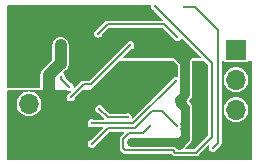
<source format=gbl>
G04 #@! TF.GenerationSoftware,KiCad,Pcbnew,8.0.7-8.0.7-0~ubuntu22.04.1*
G04 #@! TF.CreationDate,2025-01-18T20:22:17+01:00*
G04 #@! TF.ProjectId,pinchito_uesc,70696e63-6869-4746-9f5f-756573632e6b,rev?*
G04 #@! TF.SameCoordinates,Original*
G04 #@! TF.FileFunction,Copper,L2,Bot*
G04 #@! TF.FilePolarity,Positive*
%FSLAX46Y46*%
G04 Gerber Fmt 4.6, Leading zero omitted, Abs format (unit mm)*
G04 Created by KiCad (PCBNEW 8.0.7-8.0.7-0~ubuntu22.04.1) date 2025-01-18 20:22:17*
%MOMM*%
%LPD*%
G01*
G04 APERTURE LIST*
G04 #@! TA.AperFunction,ComponentPad*
%ADD10R,1.700000X1.700000*%
G04 #@! TD*
G04 #@! TA.AperFunction,ComponentPad*
%ADD11O,1.700000X1.700000*%
G04 #@! TD*
G04 #@! TA.AperFunction,ViaPad*
%ADD12C,0.300000*%
G04 #@! TD*
G04 #@! TA.AperFunction,ViaPad*
%ADD13C,0.600000*%
G04 #@! TD*
G04 #@! TA.AperFunction,Conductor*
%ADD14C,0.200000*%
G04 #@! TD*
G04 #@! TA.AperFunction,Conductor*
%ADD15C,1.000000*%
G04 #@! TD*
G04 #@! TA.AperFunction,Conductor*
%ADD16C,0.800000*%
G04 #@! TD*
G04 APERTURE END LIST*
D10*
G04 #@! TO.P,J2,1,Pin_1*
G04 #@! TO.N,/VCC*
X2032000Y-6111000D03*
D11*
G04 #@! TO.P,J2,2,Pin_2*
G04 #@! TO.N,/RC*
X2032000Y-8651000D03*
G04 #@! TO.P,J2,3,Pin_3*
G04 #@! TO.N,GND*
X2032000Y-11191000D03*
G04 #@! TD*
D10*
G04 #@! TO.P,J1,1,Pin_1*
G04 #@! TO.N,/M_A*
X19558000Y-4064000D03*
D11*
G04 #@! TO.P,J1,2,Pin_2*
G04 #@! TO.N,/M_B*
X19558000Y-6604000D03*
G04 #@! TO.P,J1,3,Pin_3*
G04 #@! TO.N,/M_C*
X19558000Y-9144000D03*
G04 #@! TD*
D12*
G04 #@! TO.N,/C2CK*
X15118199Y-481801D03*
X17600000Y-12400000D03*
G04 #@! TO.N,/C2D*
X12250000Y-10563605D03*
X12700000Y-400000D03*
D13*
G04 #@! TO.N,GND*
X16650000Y-11150000D03*
X4700000Y-3700000D03*
X4700000Y-4400000D03*
X11300000Y-5300000D03*
X12200000Y-5600000D03*
G04 #@! TO.N,/VCC*
X14700000Y-12100000D03*
X9200000Y-1200000D03*
X14700000Y-8400000D03*
D12*
X8000000Y-9100000D03*
D13*
X10700000Y-11900000D03*
X14700000Y-4600000D03*
D12*
X10400000Y-9800000D03*
G04 #@! TO.N,/M_A*
X14600000Y-3000000D03*
X7900000Y-2700000D03*
G04 #@! TO.N,/M_B*
X14500000Y-6700000D03*
X7350000Y-10300000D03*
G04 #@! TO.N,/M_C*
X14525000Y-10525000D03*
X7350000Y-12050000D03*
G04 #@! TO.N,/FCom*
X5450000Y-7200000D03*
X4781801Y-6381801D03*
G04 #@! TO.N,Net-(U1-P0.2)*
X10600000Y-3700000D03*
X5550000Y-8100000D03*
G04 #@! TD*
D14*
G04 #@! TO.N,/C2CK*
X16081801Y-481801D02*
X18034000Y-2434000D01*
X15118199Y-481801D02*
X16081801Y-481801D01*
X18034000Y-2434000D02*
X18034000Y-11966000D01*
X18034000Y-11966000D02*
X17600000Y-12400000D01*
G04 #@! TO.N,/C2D*
X12250000Y-10563605D02*
X11713605Y-11100000D01*
X11713605Y-11100000D02*
X10510051Y-11100000D01*
X14210050Y-12600000D02*
X14410050Y-12800000D01*
X10000000Y-11610051D02*
X10000000Y-12400000D01*
X10200000Y-12600000D02*
X14210050Y-12600000D01*
X14410050Y-12800000D02*
X16156000Y-12800000D01*
X10000000Y-12400000D02*
X10200000Y-12600000D01*
X16156000Y-12800000D02*
X17526000Y-11430000D01*
X10510051Y-11100000D02*
X10000000Y-11610051D01*
X17526000Y-5226000D02*
X12700000Y-400000D01*
X17526000Y-11430000D02*
X17526000Y-5226000D01*
D15*
G04 #@! TO.N,GND*
X4700000Y-3700000D02*
X4700000Y-5261520D01*
X3700000Y-10000000D02*
X2509000Y-11191000D01*
X3700000Y-6247918D02*
X3700000Y-10000000D01*
X2509000Y-11191000D02*
X2032000Y-11191000D01*
X4686398Y-5261520D02*
X3700000Y-6247918D01*
X4700000Y-5261520D02*
X4686398Y-5261520D01*
D16*
G04 #@! TO.N,/VCC*
X15275000Y-11525000D02*
X15275000Y-8975000D01*
X14700000Y-8400000D02*
X15250000Y-7850000D01*
X14500000Y-11900000D02*
X10700000Y-11900000D01*
X14700000Y-12100000D02*
X15275000Y-11525000D01*
X15250000Y-7850000D02*
X15250000Y-5150000D01*
X15275000Y-8975000D02*
X14700000Y-8400000D01*
X14700000Y-12100000D02*
X14500000Y-11900000D01*
D14*
X8700000Y-9800000D02*
X10400000Y-9800000D01*
X8000000Y-9100000D02*
X8700000Y-9800000D01*
D16*
X15250000Y-5150000D02*
X14700000Y-4600000D01*
D14*
G04 #@! TO.N,/M_A*
X13500000Y-1900000D02*
X14600000Y-3000000D01*
X8700000Y-1900000D02*
X13500000Y-1900000D01*
X7900000Y-2700000D02*
X8700000Y-1900000D01*
G04 #@! TO.N,/M_B*
X7350000Y-10300000D02*
X10850000Y-10300000D01*
X14450000Y-6700000D02*
X14500000Y-6700000D01*
X10850000Y-10300000D02*
X14450000Y-6700000D01*
G04 #@! TO.N,/M_C*
X12415686Y-9300000D02*
X13300000Y-9300000D01*
X11015686Y-10700000D02*
X12415686Y-9300000D01*
X7350000Y-12050000D02*
X8700000Y-10700000D01*
X8700000Y-10700000D02*
X11015686Y-10700000D01*
X13300000Y-9300000D02*
X14525000Y-10525000D01*
G04 #@! TO.N,/FCom*
X4781801Y-6531801D02*
X5450000Y-7200000D01*
X4781801Y-6381801D02*
X4781801Y-6531801D01*
G04 #@! TO.N,Net-(U1-P0.2)*
X6650000Y-7000000D02*
X5550000Y-8100000D01*
X10600000Y-3700000D02*
X7300000Y-7000000D01*
X7300000Y-7000000D02*
X6650000Y-7000000D01*
G04 #@! TD*
G04 #@! TA.AperFunction,Conductor*
G04 #@! TO.N,/VCC*
G36*
X12338167Y-314852D02*
G01*
X12352519Y-349500D01*
X12351916Y-357160D01*
X12345131Y-400000D01*
X12362500Y-509661D01*
X12412905Y-608587D01*
X12491413Y-687095D01*
X12590339Y-737500D01*
X12600982Y-739185D01*
X12627963Y-752934D01*
X13390881Y-1515852D01*
X13405233Y-1550500D01*
X13390881Y-1585148D01*
X13356233Y-1599500D01*
X8660436Y-1599500D01*
X8584010Y-1619979D01*
X8584008Y-1619979D01*
X8515488Y-1659540D01*
X8515487Y-1659541D01*
X7827962Y-2347065D01*
X7800983Y-2360813D01*
X7790341Y-2362499D01*
X7790333Y-2362501D01*
X7691419Y-2412900D01*
X7691412Y-2412905D01*
X7612905Y-2491412D01*
X7612903Y-2491415D01*
X7562500Y-2590338D01*
X7562500Y-2590339D01*
X7545131Y-2700000D01*
X7562500Y-2809661D01*
X7612905Y-2908587D01*
X7691413Y-2987095D01*
X7790339Y-3037500D01*
X7900000Y-3054869D01*
X8009661Y-3037500D01*
X8108587Y-2987095D01*
X8187095Y-2908587D01*
X8237500Y-2809661D01*
X8239185Y-2799020D01*
X8252932Y-2772037D01*
X8810119Y-2214852D01*
X8844767Y-2200500D01*
X13355233Y-2200500D01*
X13389881Y-2214852D01*
X14247065Y-3072036D01*
X14260813Y-3099015D01*
X14262500Y-3109662D01*
X14262500Y-3109663D01*
X14312900Y-3208580D01*
X14312904Y-3208585D01*
X14312905Y-3208587D01*
X14391413Y-3287095D01*
X14490339Y-3337500D01*
X14600000Y-3354869D01*
X14709661Y-3337500D01*
X14808587Y-3287095D01*
X14887095Y-3208587D01*
X14922811Y-3138488D01*
X14951326Y-3114135D01*
X14988714Y-3117076D01*
X15001117Y-3126088D01*
X16585881Y-4710852D01*
X16600233Y-4745500D01*
X16585881Y-4780148D01*
X16551233Y-4794500D01*
X15895349Y-4794500D01*
X15890149Y-4794840D01*
X15868547Y-4796256D01*
X15868529Y-4796258D01*
X15855836Y-4797929D01*
X15840693Y-4800502D01*
X15840690Y-4800502D01*
X15840689Y-4800503D01*
X15840688Y-4800503D01*
X15840686Y-4800504D01*
X15757570Y-4838633D01*
X15757561Y-4838639D01*
X15727810Y-4861468D01*
X15680985Y-4911936D01*
X15680983Y-4911938D01*
X15649169Y-4997685D01*
X15644276Y-5034864D01*
X15644275Y-5034874D01*
X15645087Y-5047247D01*
X15643934Y-5050645D01*
X15645000Y-5050645D01*
X15645000Y-7895551D01*
X15643330Y-7908233D01*
X15619751Y-7996231D01*
X15614857Y-8008048D01*
X15581708Y-8065466D01*
X15581706Y-8065469D01*
X15569301Y-8086953D01*
X15561515Y-8097099D01*
X15475194Y-8183421D01*
X15475181Y-8183432D01*
X15475182Y-8183433D01*
X15473387Y-8185226D01*
X15473386Y-8185228D01*
X15469897Y-8188717D01*
X15469896Y-8188716D01*
X15438570Y-8220042D01*
X15394024Y-8286710D01*
X15394020Y-8286717D01*
X15379671Y-8321360D01*
X15379670Y-8321365D01*
X15370957Y-8359544D01*
X15364354Y-8388478D01*
X15379674Y-8478642D01*
X15394026Y-8513290D01*
X15438573Y-8579957D01*
X15438575Y-8579959D01*
X15586514Y-8727898D01*
X15594301Y-8738046D01*
X15639855Y-8816948D01*
X15644750Y-8828765D01*
X15668331Y-8916761D01*
X15670001Y-8929444D01*
X15670001Y-9057080D01*
X15670000Y-9057107D01*
X15670000Y-11443608D01*
X15670001Y-11443643D01*
X15670001Y-11570551D01*
X15668331Y-11583234D01*
X15665564Y-11593560D01*
X15665560Y-11593574D01*
X15644749Y-11671235D01*
X15639854Y-11683052D01*
X15594304Y-11761948D01*
X15586517Y-11772096D01*
X15305620Y-12052994D01*
X15088075Y-12270539D01*
X15043523Y-12337214D01*
X15029176Y-12371850D01*
X15029175Y-12371854D01*
X15029174Y-12371857D01*
X15013854Y-12438979D01*
X15013854Y-12438980D01*
X15013854Y-12438982D01*
X15014417Y-12442294D01*
X15006070Y-12478856D01*
X14974315Y-12498808D01*
X14966109Y-12499500D01*
X14647109Y-12499500D01*
X14612461Y-12485148D01*
X14598146Y-12452408D01*
X14582584Y-12052994D01*
X14563575Y-11565117D01*
X14576567Y-11529939D01*
X14606842Y-11515993D01*
X14606643Y-11514817D01*
X14609806Y-11514279D01*
X14609809Y-11514280D01*
X14699974Y-11498971D01*
X14734624Y-11484623D01*
X14801297Y-11440085D01*
X14805437Y-11435946D01*
X14805454Y-11435928D01*
X14805458Y-11435924D01*
X14850005Y-11369257D01*
X14864357Y-11334609D01*
X14880000Y-11255966D01*
X14880000Y-10913561D01*
X14879367Y-10897446D01*
X14878764Y-10889780D01*
X14878350Y-10885174D01*
X14849112Y-10798517D01*
X14829516Y-10766541D01*
X14829512Y-10766537D01*
X14828295Y-10764881D01*
X14828920Y-10764421D01*
X14817721Y-10731231D01*
X14822949Y-10712284D01*
X14862500Y-10634661D01*
X14879869Y-10525000D01*
X14862500Y-10415339D01*
X14862498Y-10415335D01*
X14820081Y-10332085D01*
X14817138Y-10294698D01*
X14823775Y-10281489D01*
X14850005Y-10244524D01*
X14864357Y-10209876D01*
X14880000Y-10131233D01*
X14880000Y-9244031D01*
X14864357Y-9165388D01*
X14850005Y-9130740D01*
X14805458Y-9064073D01*
X14465944Y-8724559D01*
X14451629Y-8691819D01*
X14444673Y-8513286D01*
X14429885Y-8133736D01*
X14442877Y-8098558D01*
X14444170Y-8097213D01*
X14780458Y-7760927D01*
X14825005Y-7694260D01*
X14839357Y-7659612D01*
X14855000Y-7580969D01*
X14855000Y-7088562D01*
X14854367Y-7072443D01*
X14853764Y-7064779D01*
X14853350Y-7060184D01*
X14824116Y-6973527D01*
X14804521Y-6941550D01*
X14803301Y-6939891D01*
X14803923Y-6939433D01*
X14792720Y-6906233D01*
X14797948Y-6887285D01*
X14837500Y-6809661D01*
X14854869Y-6700000D01*
X14837500Y-6590339D01*
X14796623Y-6510114D01*
X14793682Y-6472728D01*
X14800319Y-6459519D01*
X14825005Y-6424729D01*
X14839357Y-6390081D01*
X14855000Y-6311438D01*
X14855000Y-5419031D01*
X14839357Y-5340388D01*
X14825005Y-5305740D01*
X14780458Y-5239073D01*
X14410427Y-4869042D01*
X14343760Y-4824495D01*
X14343757Y-4824493D01*
X14343756Y-4824493D01*
X14320177Y-4814726D01*
X14304962Y-4804772D01*
X14300000Y-4800000D01*
X14262944Y-4800000D01*
X14253384Y-4799058D01*
X14230472Y-4794500D01*
X14230469Y-4794500D01*
X10048767Y-4794500D01*
X10014119Y-4780148D01*
X9999767Y-4745500D01*
X10014119Y-4710852D01*
X10079037Y-4645933D01*
X10672037Y-4052932D01*
X10699020Y-4039185D01*
X10702267Y-4038671D01*
X10709657Y-4037501D01*
X10709658Y-4037500D01*
X10709661Y-4037500D01*
X10808587Y-3987095D01*
X10887095Y-3908587D01*
X10937500Y-3809661D01*
X10954869Y-3700000D01*
X10937500Y-3590339D01*
X10887095Y-3491413D01*
X10808587Y-3412905D01*
X10808584Y-3412903D01*
X10709661Y-3362500D01*
X10600000Y-3345131D01*
X10490338Y-3362500D01*
X10391415Y-3412903D01*
X10391412Y-3412905D01*
X10312905Y-3491412D01*
X10312900Y-3491419D01*
X10262501Y-3590333D01*
X10262499Y-3590341D01*
X10260813Y-3600983D01*
X10247065Y-3627962D01*
X7189881Y-6685148D01*
X7155233Y-6699500D01*
X6610436Y-6699500D01*
X6534010Y-6719979D01*
X6534008Y-6719979D01*
X6465488Y-6759540D01*
X6465487Y-6759541D01*
X5870071Y-7354956D01*
X5835423Y-7369308D01*
X5800775Y-7354956D01*
X5786423Y-7320308D01*
X5787026Y-7312642D01*
X5787497Y-7309666D01*
X5787500Y-7309661D01*
X5804869Y-7200000D01*
X5787500Y-7090339D01*
X5737095Y-6991413D01*
X5658587Y-6912905D01*
X5658580Y-6912900D01*
X5559663Y-6862500D01*
X5549015Y-6860813D01*
X5522036Y-6847065D01*
X5143399Y-6468428D01*
X5129047Y-6433780D01*
X5129648Y-6426126D01*
X5136670Y-6381801D01*
X5119301Y-6272140D01*
X5068896Y-6173214D01*
X4990388Y-6094706D01*
X4990386Y-6094705D01*
X4990385Y-6094704D01*
X4969286Y-6083953D01*
X4953413Y-6075866D01*
X4929058Y-6047350D01*
X4932001Y-6009962D01*
X4941009Y-5997563D01*
X5102142Y-5836430D01*
X5109557Y-5830345D01*
X5146542Y-5805634D01*
X5244114Y-5708062D01*
X5320775Y-5593331D01*
X5373580Y-5465848D01*
X5400500Y-5330513D01*
X5400500Y-3631007D01*
X5400499Y-3631001D01*
X5373582Y-3495681D01*
X5373579Y-3495670D01*
X5320776Y-3368192D01*
X5320775Y-3368189D01*
X5266589Y-3287094D01*
X5244116Y-3253460D01*
X5146539Y-3155883D01*
X5077362Y-3109661D01*
X5031811Y-3079225D01*
X5031808Y-3079223D01*
X5031807Y-3079223D01*
X4904329Y-3026420D01*
X4904318Y-3026417D01*
X4768998Y-2999500D01*
X4768993Y-2999500D01*
X4631007Y-2999500D01*
X4631001Y-2999500D01*
X4495681Y-3026417D01*
X4495670Y-3026420D01*
X4368192Y-3079223D01*
X4253460Y-3155883D01*
X4155883Y-3253460D01*
X4079223Y-3368192D01*
X4026420Y-3495670D01*
X4026417Y-3495681D01*
X3999500Y-3631001D01*
X3999500Y-4937465D01*
X3985148Y-4972113D01*
X3155885Y-5801375D01*
X3091319Y-5898005D01*
X3091319Y-5898007D01*
X3085229Y-5907120D01*
X3079222Y-5916111D01*
X3026420Y-6043588D01*
X3026417Y-6043599D01*
X2999500Y-6178919D01*
X2999500Y-7245500D01*
X2985148Y-7280148D01*
X2950500Y-7294500D01*
X2060632Y-7294500D01*
X2060629Y-7294500D01*
X2060623Y-7294501D01*
X2039032Y-7298246D01*
X2021103Y-7298026D01*
X2003372Y-7294500D01*
X2003368Y-7294500D01*
X249500Y-7294500D01*
X214852Y-7280148D01*
X200500Y-7245500D01*
X200500Y-349500D01*
X214852Y-314852D01*
X249500Y-300500D01*
X12303519Y-300500D01*
X12338167Y-314852D01*
G37*
G04 #@! TD.AperFunction*
G04 #@! TD*
G04 #@! TA.AperFunction,Conductor*
G04 #@! TO.N,GND*
G36*
X14265117Y-5014352D02*
G01*
X14635148Y-5384383D01*
X14649500Y-5419031D01*
X14649500Y-6311438D01*
X14635148Y-6346086D01*
X14600500Y-6360438D01*
X14592835Y-6359835D01*
X14500000Y-6345131D01*
X14390338Y-6362500D01*
X14291415Y-6412903D01*
X14291412Y-6412905D01*
X14212908Y-6491409D01*
X14212905Y-6491413D01*
X14194912Y-6526725D01*
X14185901Y-6539126D01*
X10829481Y-9895547D01*
X10794833Y-9909899D01*
X10760185Y-9895547D01*
X10745833Y-9860899D01*
X10746434Y-9853252D01*
X10754869Y-9800000D01*
X10737500Y-9690339D01*
X10687095Y-9591413D01*
X10608587Y-9512905D01*
X10608584Y-9512903D01*
X10509661Y-9462500D01*
X10400000Y-9445131D01*
X10290339Y-9462500D01*
X10290337Y-9462500D01*
X10290335Y-9462501D01*
X10228204Y-9494159D01*
X10205959Y-9499500D01*
X8844767Y-9499500D01*
X8810119Y-9485148D01*
X8352934Y-9027963D01*
X8339185Y-9000982D01*
X8337500Y-8990339D01*
X8287095Y-8891413D01*
X8208587Y-8812905D01*
X8208584Y-8812903D01*
X8109661Y-8762500D01*
X8000000Y-8745131D01*
X7890338Y-8762500D01*
X7791415Y-8812903D01*
X7791412Y-8812905D01*
X7712905Y-8891412D01*
X7712903Y-8891415D01*
X7662500Y-8990338D01*
X7645131Y-9100000D01*
X7662500Y-9209661D01*
X7676659Y-9237451D01*
X7712905Y-9308587D01*
X7791413Y-9387095D01*
X7890339Y-9437500D01*
X7900982Y-9439185D01*
X7927963Y-9452934D01*
X8390881Y-9915852D01*
X8405233Y-9950500D01*
X8390881Y-9985148D01*
X8356233Y-9999500D01*
X7544041Y-9999500D01*
X7521796Y-9994159D01*
X7459664Y-9962501D01*
X7459662Y-9962500D01*
X7459661Y-9962500D01*
X7350000Y-9945131D01*
X7240338Y-9962500D01*
X7141415Y-10012903D01*
X7141412Y-10012905D01*
X7062905Y-10091412D01*
X7062903Y-10091415D01*
X7012500Y-10190338D01*
X6995131Y-10300000D01*
X7012500Y-10409661D01*
X7040486Y-10464588D01*
X7062905Y-10508587D01*
X7141413Y-10587095D01*
X7240339Y-10637500D01*
X7350000Y-10654869D01*
X7459661Y-10637500D01*
X7504320Y-10614745D01*
X7521796Y-10605841D01*
X7544041Y-10600500D01*
X8256233Y-10600500D01*
X8290881Y-10614852D01*
X8305233Y-10649500D01*
X8290881Y-10684148D01*
X7277962Y-11697065D01*
X7250983Y-11710813D01*
X7240341Y-11712499D01*
X7240333Y-11712501D01*
X7141419Y-11762900D01*
X7141412Y-11762905D01*
X7062905Y-11841412D01*
X7062903Y-11841415D01*
X7012500Y-11940338D01*
X7012500Y-11940339D01*
X6995131Y-12050000D01*
X7012500Y-12159661D01*
X7062905Y-12258587D01*
X7141413Y-12337095D01*
X7240339Y-12387500D01*
X7350000Y-12404869D01*
X7459661Y-12387500D01*
X7558587Y-12337095D01*
X7637095Y-12258587D01*
X7687500Y-12159661D01*
X7689185Y-12149020D01*
X7702932Y-12122037D01*
X8810119Y-11014852D01*
X8844767Y-11000500D01*
X10066284Y-11000500D01*
X10100932Y-11014852D01*
X10115284Y-11049500D01*
X10100932Y-11084148D01*
X9759541Y-11425539D01*
X9759540Y-11425539D01*
X9719979Y-11494059D01*
X9719979Y-11494061D01*
X9699500Y-11570487D01*
X9699500Y-12439563D01*
X9719978Y-12515987D01*
X9722280Y-12519975D01*
X9722282Y-12519977D01*
X9722283Y-12519979D01*
X9759540Y-12584511D01*
X10015489Y-12840460D01*
X10084012Y-12880022D01*
X10144286Y-12896172D01*
X10160434Y-12900499D01*
X10160435Y-12900500D01*
X10160438Y-12900500D01*
X14065283Y-12900500D01*
X14099931Y-12914852D01*
X14225539Y-13040460D01*
X14275698Y-13069420D01*
X14294058Y-13080020D01*
X14294062Y-13080022D01*
X14354336Y-13096172D01*
X14370484Y-13100499D01*
X14370485Y-13100500D01*
X14370488Y-13100500D01*
X16195564Y-13100500D01*
X16222230Y-13093354D01*
X16271989Y-13080021D01*
X16340511Y-13040460D01*
X16396460Y-12984511D01*
X17222283Y-12158687D01*
X17256930Y-12144336D01*
X17291578Y-12158688D01*
X17305930Y-12193336D01*
X17300590Y-12215581D01*
X17262500Y-12290338D01*
X17245131Y-12400000D01*
X17262500Y-12509661D01*
X17300638Y-12584513D01*
X17312905Y-12608587D01*
X17391413Y-12687095D01*
X17490339Y-12737500D01*
X17600000Y-12754869D01*
X17709661Y-12737500D01*
X17808587Y-12687095D01*
X17887095Y-12608587D01*
X17937500Y-12509661D01*
X17939185Y-12499020D01*
X17952932Y-12472037D01*
X18274460Y-12150511D01*
X18314022Y-12081988D01*
X18334499Y-12005565D01*
X18334500Y-12005565D01*
X18334500Y-9143999D01*
X18502417Y-9143999D01*
X18502417Y-9144000D01*
X18522700Y-9349934D01*
X18522700Y-9349935D01*
X18548855Y-9436158D01*
X18582768Y-9547954D01*
X18680315Y-9730450D01*
X18811590Y-9890410D01*
X18971550Y-10021685D01*
X19154046Y-10119232D01*
X19352066Y-10179300D01*
X19558000Y-10199583D01*
X19763934Y-10179300D01*
X19961954Y-10119232D01*
X20144450Y-10021685D01*
X20304410Y-9890410D01*
X20435685Y-9730450D01*
X20533232Y-9547954D01*
X20593300Y-9349934D01*
X20613583Y-9144000D01*
X20593300Y-8938066D01*
X20533232Y-8740046D01*
X20435685Y-8557550D01*
X20304410Y-8397590D01*
X20144450Y-8266315D01*
X19961954Y-8168768D01*
X19763934Y-8108700D01*
X19558000Y-8088417D01*
X19352065Y-8108700D01*
X19352064Y-8108700D01*
X19154043Y-8168769D01*
X18971548Y-8266316D01*
X18811590Y-8397590D01*
X18680316Y-8557548D01*
X18582769Y-8740043D01*
X18522700Y-8938064D01*
X18522700Y-8938065D01*
X18502417Y-9143999D01*
X18334500Y-9143999D01*
X18334500Y-6603999D01*
X18502417Y-6603999D01*
X18502417Y-6604000D01*
X18522700Y-6809934D01*
X18522700Y-6809935D01*
X18548855Y-6896158D01*
X18582768Y-7007954D01*
X18680315Y-7190450D01*
X18811590Y-7350410D01*
X18971550Y-7481685D01*
X19154046Y-7579232D01*
X19352066Y-7639300D01*
X19558000Y-7659583D01*
X19763934Y-7639300D01*
X19961954Y-7579232D01*
X20144450Y-7481685D01*
X20304410Y-7350410D01*
X20435685Y-7190450D01*
X20533232Y-7007954D01*
X20593300Y-6809934D01*
X20613583Y-6604000D01*
X20593300Y-6398066D01*
X20533232Y-6200046D01*
X20435685Y-6017550D01*
X20304410Y-5857590D01*
X20144450Y-5726315D01*
X19961954Y-5628768D01*
X19763934Y-5568700D01*
X19558000Y-5548417D01*
X19352065Y-5568700D01*
X19352064Y-5568700D01*
X19154043Y-5628769D01*
X18971548Y-5726316D01*
X18811590Y-5857590D01*
X18680316Y-6017548D01*
X18582769Y-6200043D01*
X18522700Y-6398064D01*
X18522700Y-6398065D01*
X18502417Y-6603999D01*
X18334500Y-6603999D01*
X18334500Y-5049000D01*
X18348852Y-5014352D01*
X18383500Y-5000000D01*
X18498133Y-5000000D01*
X18532781Y-5014352D01*
X18538875Y-5021777D01*
X18563447Y-5058552D01*
X18581989Y-5070941D01*
X18629769Y-5102867D01*
X18688252Y-5114500D01*
X18688255Y-5114500D01*
X20427745Y-5114500D01*
X20427748Y-5114500D01*
X20486231Y-5102867D01*
X20552552Y-5058552D01*
X20577125Y-5021777D01*
X20608308Y-5000941D01*
X20617867Y-5000000D01*
X20850500Y-5000000D01*
X20885148Y-5014352D01*
X20899500Y-5049000D01*
X20899500Y-13350500D01*
X20885148Y-13385148D01*
X20850500Y-13399500D01*
X249500Y-13399500D01*
X214852Y-13385148D01*
X200500Y-13350500D01*
X200500Y-8650999D01*
X976417Y-8650999D01*
X976417Y-8651000D01*
X996700Y-8856934D01*
X996700Y-8856935D01*
X1008532Y-8895940D01*
X1056768Y-9054954D01*
X1154315Y-9237450D01*
X1285590Y-9397410D01*
X1445550Y-9528685D01*
X1628046Y-9626232D01*
X1826066Y-9686300D01*
X2032000Y-9706583D01*
X2237934Y-9686300D01*
X2435954Y-9626232D01*
X2618450Y-9528685D01*
X2778410Y-9397410D01*
X2909685Y-9237450D01*
X3007232Y-9054954D01*
X3067300Y-8856934D01*
X3087583Y-8651000D01*
X3067300Y-8445066D01*
X3007232Y-8247046D01*
X2909685Y-8064550D01*
X2778410Y-7904590D01*
X2618450Y-7773315D01*
X2435954Y-7675768D01*
X2237934Y-7615700D01*
X2055828Y-7597763D01*
X2033455Y-7585805D01*
X2008171Y-7597764D01*
X1826065Y-7615700D01*
X1826064Y-7615700D01*
X1628043Y-7675769D01*
X1445548Y-7773316D01*
X1285590Y-7904590D01*
X1154316Y-8064548D01*
X1056769Y-8247043D01*
X996700Y-8445064D01*
X996700Y-8445065D01*
X976417Y-8650999D01*
X200500Y-8650999D01*
X200500Y-7549000D01*
X214852Y-7514352D01*
X249500Y-7500000D01*
X2003368Y-7500000D01*
X2029907Y-7510993D01*
X2060632Y-7500000D01*
X5254977Y-7500000D01*
X5277222Y-7505341D01*
X5339409Y-7537026D01*
X5340339Y-7537500D01*
X5450000Y-7554869D01*
X5559661Y-7537500D01*
X5559666Y-7537497D01*
X5562642Y-7537026D01*
X5599109Y-7545781D01*
X5618705Y-7577757D01*
X5609950Y-7614224D01*
X5604956Y-7620071D01*
X5477962Y-7747065D01*
X5450983Y-7760813D01*
X5440341Y-7762499D01*
X5440333Y-7762501D01*
X5341419Y-7812900D01*
X5341412Y-7812905D01*
X5262905Y-7891412D01*
X5262903Y-7891415D01*
X5212500Y-7990338D01*
X5198016Y-8081784D01*
X5195131Y-8100000D01*
X5212500Y-8209661D01*
X5262905Y-8308587D01*
X5341413Y-8387095D01*
X5440339Y-8437500D01*
X5550000Y-8454869D01*
X5659661Y-8437500D01*
X5758587Y-8387095D01*
X5837095Y-8308587D01*
X5887500Y-8209661D01*
X5889185Y-8199020D01*
X5902932Y-8172037D01*
X6560619Y-7514352D01*
X6595267Y-7500000D01*
X7199999Y-7500000D01*
X7200000Y-7500000D01*
X7400898Y-7290730D01*
X7413496Y-7282131D01*
X7413206Y-7281628D01*
X7427105Y-7273602D01*
X7484511Y-7240460D01*
X7540460Y-7184511D01*
X9710619Y-5014352D01*
X9745267Y-5000000D01*
X14230469Y-5000000D01*
X14265117Y-5014352D01*
G37*
G04 #@! TD.AperFunction*
G04 #@! TA.AperFunction,Conductor*
G36*
X16889381Y-5014352D02*
G01*
X17211148Y-5336119D01*
X17225500Y-5370767D01*
X17225500Y-11285233D01*
X17211148Y-11319881D01*
X16045881Y-12485148D01*
X16011233Y-12499500D01*
X15268031Y-12499500D01*
X15233383Y-12485148D01*
X15219031Y-12450500D01*
X15233383Y-12415852D01*
X15457822Y-12191413D01*
X15755520Y-11893716D01*
X15834577Y-11756785D01*
X15863868Y-11647471D01*
X15875501Y-11604059D01*
X15875501Y-11442946D01*
X15875500Y-11442928D01*
X15875500Y-9058014D01*
X15875501Y-9058001D01*
X15875501Y-8895940D01*
X15834577Y-8743216D01*
X15834576Y-8743212D01*
X15770243Y-8631785D01*
X15755520Y-8606284D01*
X15583883Y-8434647D01*
X15569531Y-8399999D01*
X15583881Y-8365352D01*
X15614684Y-8334549D01*
X15614689Y-8334546D01*
X15618714Y-8330520D01*
X15618716Y-8330520D01*
X15730520Y-8218716D01*
X15759675Y-8168218D01*
X15809576Y-8081786D01*
X15809576Y-8081785D01*
X15809577Y-8081784D01*
X15850499Y-7929060D01*
X15850500Y-7929060D01*
X15850500Y-5070941D01*
X15848019Y-5061683D01*
X15852913Y-5024501D01*
X15882666Y-5001670D01*
X15895349Y-5000000D01*
X16854733Y-5000000D01*
X16889381Y-5014352D01*
G37*
G04 #@! TD.AperFunction*
G04 #@! TD*
M02*

</source>
